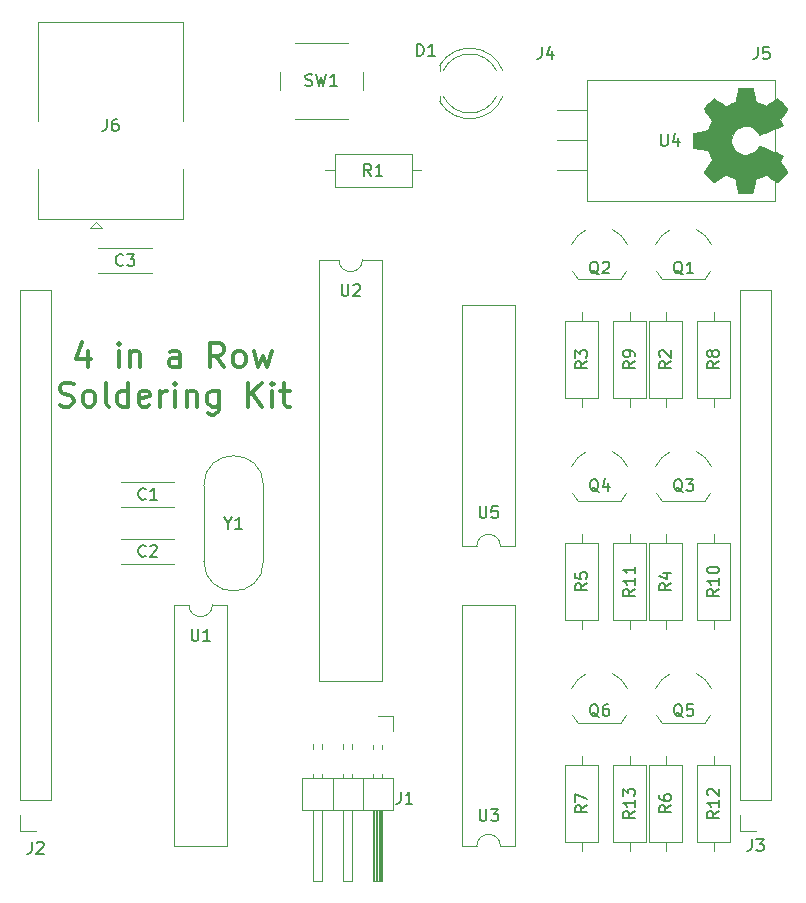
<source format=gbr>
G04 #@! TF.GenerationSoftware,KiCad,Pcbnew,5.1.6+dfsg1-1*
G04 #@! TF.CreationDate,2020-07-01T02:54:36-04:00*
G04 #@! TF.ProjectId,PCB,5043422e-6b69-4636-9164-5f7063625858,rev?*
G04 #@! TF.SameCoordinates,Original*
G04 #@! TF.FileFunction,Legend,Top*
G04 #@! TF.FilePolarity,Positive*
%FSLAX46Y46*%
G04 Gerber Fmt 4.6, Leading zero omitted, Abs format (unit mm)*
G04 Created by KiCad (PCBNEW 5.1.6+dfsg1-1) date 2020-07-01 02:54:36*
%MOMM*%
%LPD*%
G01*
G04 APERTURE LIST*
%ADD10C,0.300000*%
%ADD11C,0.010000*%
%ADD12C,0.120000*%
%ADD13C,0.150000*%
G04 APERTURE END LIST*
D10*
X108566857Y-105459571D02*
X108566857Y-106814238D01*
X108083047Y-104685476D02*
X107599238Y-106136904D01*
X108857142Y-106136904D01*
X111179428Y-106814238D02*
X111179428Y-105459571D01*
X111179428Y-104782238D02*
X111082666Y-104879000D01*
X111179428Y-104975761D01*
X111276190Y-104879000D01*
X111179428Y-104782238D01*
X111179428Y-104975761D01*
X112147047Y-105459571D02*
X112147047Y-106814238D01*
X112147047Y-105653095D02*
X112243809Y-105556333D01*
X112437333Y-105459571D01*
X112727619Y-105459571D01*
X112921142Y-105556333D01*
X113017904Y-105749857D01*
X113017904Y-106814238D01*
X116404571Y-106814238D02*
X116404571Y-105749857D01*
X116307809Y-105556333D01*
X116114285Y-105459571D01*
X115727238Y-105459571D01*
X115533714Y-105556333D01*
X116404571Y-106717476D02*
X116211047Y-106814238D01*
X115727238Y-106814238D01*
X115533714Y-106717476D01*
X115436952Y-106523952D01*
X115436952Y-106330428D01*
X115533714Y-106136904D01*
X115727238Y-106040142D01*
X116211047Y-106040142D01*
X116404571Y-105943380D01*
X120081523Y-106814238D02*
X119404190Y-105846619D01*
X118920380Y-106814238D02*
X118920380Y-104782238D01*
X119694476Y-104782238D01*
X119888000Y-104879000D01*
X119984761Y-104975761D01*
X120081523Y-105169285D01*
X120081523Y-105459571D01*
X119984761Y-105653095D01*
X119888000Y-105749857D01*
X119694476Y-105846619D01*
X118920380Y-105846619D01*
X121242666Y-106814238D02*
X121049142Y-106717476D01*
X120952380Y-106620714D01*
X120855619Y-106427190D01*
X120855619Y-105846619D01*
X120952380Y-105653095D01*
X121049142Y-105556333D01*
X121242666Y-105459571D01*
X121532952Y-105459571D01*
X121726476Y-105556333D01*
X121823238Y-105653095D01*
X121920000Y-105846619D01*
X121920000Y-106427190D01*
X121823238Y-106620714D01*
X121726476Y-106717476D01*
X121532952Y-106814238D01*
X121242666Y-106814238D01*
X122597333Y-105459571D02*
X122984380Y-106814238D01*
X123371428Y-105846619D01*
X123758476Y-106814238D01*
X124145523Y-105459571D01*
X106196190Y-110065476D02*
X106486476Y-110162238D01*
X106970285Y-110162238D01*
X107163809Y-110065476D01*
X107260571Y-109968714D01*
X107357333Y-109775190D01*
X107357333Y-109581666D01*
X107260571Y-109388142D01*
X107163809Y-109291380D01*
X106970285Y-109194619D01*
X106583238Y-109097857D01*
X106389714Y-109001095D01*
X106292952Y-108904333D01*
X106196190Y-108710809D01*
X106196190Y-108517285D01*
X106292952Y-108323761D01*
X106389714Y-108227000D01*
X106583238Y-108130238D01*
X107067047Y-108130238D01*
X107357333Y-108227000D01*
X108518476Y-110162238D02*
X108324952Y-110065476D01*
X108228190Y-109968714D01*
X108131428Y-109775190D01*
X108131428Y-109194619D01*
X108228190Y-109001095D01*
X108324952Y-108904333D01*
X108518476Y-108807571D01*
X108808761Y-108807571D01*
X109002285Y-108904333D01*
X109099047Y-109001095D01*
X109195809Y-109194619D01*
X109195809Y-109775190D01*
X109099047Y-109968714D01*
X109002285Y-110065476D01*
X108808761Y-110162238D01*
X108518476Y-110162238D01*
X110356952Y-110162238D02*
X110163428Y-110065476D01*
X110066666Y-109871952D01*
X110066666Y-108130238D01*
X112001904Y-110162238D02*
X112001904Y-108130238D01*
X112001904Y-110065476D02*
X111808380Y-110162238D01*
X111421333Y-110162238D01*
X111227809Y-110065476D01*
X111131047Y-109968714D01*
X111034285Y-109775190D01*
X111034285Y-109194619D01*
X111131047Y-109001095D01*
X111227809Y-108904333D01*
X111421333Y-108807571D01*
X111808380Y-108807571D01*
X112001904Y-108904333D01*
X113743619Y-110065476D02*
X113550095Y-110162238D01*
X113163047Y-110162238D01*
X112969523Y-110065476D01*
X112872761Y-109871952D01*
X112872761Y-109097857D01*
X112969523Y-108904333D01*
X113163047Y-108807571D01*
X113550095Y-108807571D01*
X113743619Y-108904333D01*
X113840380Y-109097857D01*
X113840380Y-109291380D01*
X112872761Y-109484904D01*
X114711238Y-110162238D02*
X114711238Y-108807571D01*
X114711238Y-109194619D02*
X114808000Y-109001095D01*
X114904761Y-108904333D01*
X115098285Y-108807571D01*
X115291809Y-108807571D01*
X115969142Y-110162238D02*
X115969142Y-108807571D01*
X115969142Y-108130238D02*
X115872380Y-108227000D01*
X115969142Y-108323761D01*
X116065904Y-108227000D01*
X115969142Y-108130238D01*
X115969142Y-108323761D01*
X116936761Y-108807571D02*
X116936761Y-110162238D01*
X116936761Y-109001095D02*
X117033523Y-108904333D01*
X117227047Y-108807571D01*
X117517333Y-108807571D01*
X117710857Y-108904333D01*
X117807619Y-109097857D01*
X117807619Y-110162238D01*
X119646095Y-108807571D02*
X119646095Y-110452523D01*
X119549333Y-110646047D01*
X119452571Y-110742809D01*
X119259047Y-110839571D01*
X118968761Y-110839571D01*
X118775238Y-110742809D01*
X119646095Y-110065476D02*
X119452571Y-110162238D01*
X119065523Y-110162238D01*
X118872000Y-110065476D01*
X118775238Y-109968714D01*
X118678476Y-109775190D01*
X118678476Y-109194619D01*
X118775238Y-109001095D01*
X118872000Y-108904333D01*
X119065523Y-108807571D01*
X119452571Y-108807571D01*
X119646095Y-108904333D01*
X122161904Y-110162238D02*
X122161904Y-108130238D01*
X123323047Y-110162238D02*
X122452190Y-109001095D01*
X123323047Y-108130238D02*
X122161904Y-109291380D01*
X124193904Y-110162238D02*
X124193904Y-108807571D01*
X124193904Y-108130238D02*
X124097142Y-108227000D01*
X124193904Y-108323761D01*
X124290666Y-108227000D01*
X124193904Y-108130238D01*
X124193904Y-108323761D01*
X124871238Y-108807571D02*
X125645333Y-108807571D01*
X125161523Y-108130238D02*
X125161523Y-109871952D01*
X125258285Y-110065476D01*
X125451809Y-110162238D01*
X125645333Y-110162238D01*
D11*
G36*
X160430427Y-86883464D02*
G01*
X161027618Y-86770882D01*
X161198865Y-86355469D01*
X161370112Y-85940055D01*
X161031233Y-85441698D01*
X160936877Y-85302131D01*
X160852630Y-85175971D01*
X160782338Y-85069104D01*
X160729847Y-84987417D01*
X160699004Y-84936798D01*
X160692353Y-84923013D01*
X160709458Y-84898179D01*
X160756744Y-84845111D01*
X160828172Y-84769759D01*
X160917700Y-84678070D01*
X161019289Y-84575992D01*
X161126898Y-84469473D01*
X161234487Y-84364463D01*
X161336015Y-84266908D01*
X161425441Y-84182757D01*
X161496726Y-84117959D01*
X161543828Y-84078462D01*
X161559592Y-84069019D01*
X161588653Y-84082608D01*
X161652321Y-84120706D01*
X161744367Y-84179306D01*
X161858564Y-84254402D01*
X161988684Y-84341991D01*
X162062901Y-84392745D01*
X162198422Y-84485254D01*
X162320716Y-84567459D01*
X162423695Y-84635369D01*
X162501273Y-84684999D01*
X162547361Y-84712359D01*
X162557047Y-84716470D01*
X162584574Y-84707150D01*
X162648728Y-84681745D01*
X162740490Y-84644088D01*
X162850839Y-84598013D01*
X162970755Y-84547353D01*
X163091219Y-84495940D01*
X163203209Y-84447610D01*
X163297707Y-84406193D01*
X163365692Y-84375525D01*
X163398143Y-84359438D01*
X163399420Y-84358488D01*
X163405617Y-84333227D01*
X163419440Y-84265954D01*
X163439532Y-84163639D01*
X163464534Y-84033258D01*
X163493086Y-83881783D01*
X163509551Y-83793406D01*
X163540369Y-83631547D01*
X163569694Y-83485350D01*
X163595921Y-83362212D01*
X163617446Y-83269530D01*
X163632665Y-83214698D01*
X163637493Y-83203676D01*
X163670174Y-83192881D01*
X163743985Y-83184170D01*
X163850292Y-83177539D01*
X163980467Y-83172981D01*
X164125876Y-83170490D01*
X164277890Y-83170061D01*
X164427877Y-83171688D01*
X164567206Y-83175364D01*
X164687245Y-83181084D01*
X164779365Y-83188842D01*
X164834932Y-83198631D01*
X164846500Y-83204503D01*
X164860365Y-83239600D01*
X164880188Y-83313971D01*
X164903639Y-83417776D01*
X164928391Y-83541180D01*
X164936398Y-83584258D01*
X164974441Y-83791952D01*
X165005079Y-83956015D01*
X165029529Y-84081869D01*
X165049009Y-84174934D01*
X165064736Y-84240632D01*
X165077928Y-84284382D01*
X165089804Y-84311607D01*
X165101580Y-84327727D01*
X165103908Y-84329982D01*
X165141400Y-84352496D01*
X165214365Y-84386841D01*
X165313867Y-84429588D01*
X165430973Y-84477307D01*
X165556748Y-84526569D01*
X165682257Y-84573944D01*
X165798565Y-84616004D01*
X165896739Y-84649319D01*
X165967843Y-84670458D01*
X166002942Y-84675994D01*
X166004172Y-84675533D01*
X166032861Y-84656776D01*
X166095985Y-84614223D01*
X166186973Y-84552346D01*
X166299255Y-84475617D01*
X166426260Y-84388508D01*
X166462353Y-84363701D01*
X166593203Y-84275247D01*
X166712591Y-84197411D01*
X166813662Y-84134433D01*
X166889559Y-84090554D01*
X166933427Y-84070014D01*
X166938817Y-84069019D01*
X166967144Y-84086277D01*
X167023261Y-84133964D01*
X167101137Y-84205949D01*
X167194740Y-84296102D01*
X167298041Y-84398294D01*
X167405006Y-84506394D01*
X167509606Y-84614271D01*
X167605809Y-84715795D01*
X167687584Y-84804837D01*
X167748900Y-84875266D01*
X167783726Y-84920952D01*
X167789412Y-84933590D01*
X167776020Y-84963008D01*
X167739899Y-85023238D01*
X167687136Y-85104470D01*
X167644667Y-85166969D01*
X167566740Y-85280214D01*
X167474984Y-85414325D01*
X167383375Y-85548844D01*
X167334346Y-85621166D01*
X167168770Y-85865961D01*
X167279875Y-86071449D01*
X167328548Y-86165063D01*
X167366381Y-86244669D01*
X167387958Y-86298532D01*
X167390961Y-86312242D01*
X167368793Y-86328729D01*
X167306149Y-86361254D01*
X167208809Y-86407391D01*
X167082549Y-86464709D01*
X166933150Y-86530783D01*
X166766388Y-86603184D01*
X166588042Y-86679483D01*
X166403891Y-86757253D01*
X166219712Y-86834065D01*
X166041285Y-86907493D01*
X165874387Y-86975107D01*
X165724797Y-87034479D01*
X165598293Y-87083183D01*
X165500654Y-87118789D01*
X165437657Y-87138869D01*
X165416021Y-87142099D01*
X165388424Y-87116503D01*
X165343625Y-87060461D01*
X165290934Y-86985688D01*
X165286765Y-86979412D01*
X165132069Y-86786154D01*
X164951591Y-86630325D01*
X164751102Y-86513275D01*
X164536374Y-86436354D01*
X164313177Y-86400913D01*
X164087281Y-86408302D01*
X163864459Y-86459872D01*
X163650479Y-86556973D01*
X163603664Y-86585541D01*
X163414618Y-86734131D01*
X163262812Y-86909672D01*
X163149034Y-87106089D01*
X163074075Y-87317306D01*
X163038722Y-87537246D01*
X163043767Y-87759836D01*
X163089999Y-87978998D01*
X163178206Y-88188657D01*
X163309179Y-88382738D01*
X163362337Y-88442773D01*
X163528739Y-88595564D01*
X163703912Y-88706902D01*
X163900266Y-88783276D01*
X164094717Y-88825812D01*
X164313342Y-88836313D01*
X164533052Y-88801299D01*
X164746420Y-88724326D01*
X164946022Y-88608952D01*
X165124429Y-88458734D01*
X165274217Y-88277226D01*
X165290006Y-88253372D01*
X165341712Y-88177798D01*
X165386512Y-88120348D01*
X165415117Y-88092882D01*
X165416021Y-88092482D01*
X165446964Y-88098379D01*
X165517191Y-88121754D01*
X165620925Y-88160178D01*
X165752390Y-88211222D01*
X165905807Y-88272457D01*
X166075401Y-88341455D01*
X166255393Y-88415786D01*
X166440008Y-88493021D01*
X166623468Y-88570731D01*
X166799996Y-88646488D01*
X166963814Y-88717862D01*
X167109147Y-88782425D01*
X167230217Y-88837747D01*
X167321247Y-88881399D01*
X167376460Y-88910953D01*
X167390961Y-88922855D01*
X167379669Y-88959222D01*
X167349385Y-89027269D01*
X167305520Y-89115263D01*
X167279875Y-89163649D01*
X167168770Y-89369136D01*
X167334346Y-89613931D01*
X167419170Y-89738893D01*
X167512516Y-89875704D01*
X167600408Y-90003911D01*
X167644667Y-90068128D01*
X167705318Y-90158448D01*
X167753381Y-90234928D01*
X167782770Y-90287592D01*
X167788982Y-90304697D01*
X167772223Y-90329594D01*
X167725436Y-90384694D01*
X167653480Y-90464656D01*
X167561212Y-90564139D01*
X167453490Y-90677799D01*
X167384326Y-90749684D01*
X167260757Y-90875448D01*
X167150234Y-90984136D01*
X167057485Y-91071354D01*
X166987237Y-91132710D01*
X166944220Y-91163808D01*
X166935490Y-91166791D01*
X166902284Y-91152946D01*
X166835142Y-91114687D01*
X166740863Y-91056258D01*
X166626245Y-90981902D01*
X166498083Y-90895864D01*
X166462353Y-90871397D01*
X166332489Y-90782245D01*
X166215569Y-90702261D01*
X166118162Y-90635919D01*
X166046839Y-90587688D01*
X166008170Y-90562042D01*
X166004172Y-90559564D01*
X165973355Y-90563270D01*
X165905599Y-90582938D01*
X165809839Y-90615139D01*
X165695009Y-90656444D01*
X165570044Y-90703424D01*
X165443879Y-90752650D01*
X165325448Y-90800691D01*
X165223685Y-90844118D01*
X165147526Y-90879503D01*
X165105904Y-90903415D01*
X165103908Y-90905115D01*
X165092013Y-90919737D01*
X165080250Y-90944434D01*
X165067401Y-90984627D01*
X165052249Y-91045736D01*
X165033576Y-91133182D01*
X165010165Y-91252387D01*
X164980797Y-91408772D01*
X164944255Y-91607756D01*
X164936398Y-91650839D01*
X164911727Y-91778529D01*
X164887593Y-91889846D01*
X164866324Y-91974954D01*
X164850248Y-92024016D01*
X164846500Y-92030594D01*
X164813273Y-92041435D01*
X164739021Y-92050246D01*
X164632376Y-92057023D01*
X164501967Y-92061759D01*
X164356427Y-92064449D01*
X164204386Y-92065086D01*
X164054476Y-92063665D01*
X163915328Y-92060179D01*
X163795572Y-92054623D01*
X163703841Y-92046991D01*
X163648766Y-92037277D01*
X163637493Y-92031421D01*
X163626123Y-91998819D01*
X163607624Y-91924581D01*
X163583602Y-91816103D01*
X163555662Y-91680782D01*
X163525408Y-91526014D01*
X163509551Y-91441692D01*
X163479644Y-91281703D01*
X163452550Y-91139032D01*
X163429631Y-91020651D01*
X163412243Y-90933534D01*
X163401747Y-90884654D01*
X163399420Y-90876609D01*
X163373186Y-90863012D01*
X163309995Y-90834270D01*
X163218877Y-90794214D01*
X163108857Y-90746675D01*
X162988965Y-90695484D01*
X162868227Y-90644473D01*
X162755671Y-90597473D01*
X162660326Y-90558315D01*
X162591217Y-90530830D01*
X162557374Y-90518850D01*
X162555895Y-90518627D01*
X162529197Y-90532208D01*
X162467760Y-90570284D01*
X162377689Y-90628852D01*
X162265090Y-90703911D01*
X162136070Y-90791459D01*
X162061961Y-90842352D01*
X161926077Y-90935090D01*
X161802709Y-91017458D01*
X161698097Y-91085438D01*
X161618483Y-91135011D01*
X161570107Y-91162157D01*
X161559262Y-91166078D01*
X161534020Y-91149224D01*
X161480124Y-91102631D01*
X161403613Y-91032251D01*
X161310523Y-90944034D01*
X161206895Y-90843934D01*
X161098764Y-90737901D01*
X160992170Y-90631888D01*
X160893150Y-90531847D01*
X160807742Y-90443729D01*
X160741985Y-90373486D01*
X160701916Y-90327071D01*
X160692353Y-90311543D01*
X160705800Y-90286260D01*
X160743575Y-90225788D01*
X160801835Y-90136007D01*
X160876734Y-90022796D01*
X160964425Y-89892036D01*
X161031233Y-89793400D01*
X161370112Y-89295042D01*
X161198865Y-88879629D01*
X161027618Y-88464215D01*
X160430427Y-88351633D01*
X159833235Y-88239050D01*
X159833235Y-86996047D01*
X160430427Y-86883464D01*
G37*
X160430427Y-86883464D02*
X161027618Y-86770882D01*
X161198865Y-86355469D01*
X161370112Y-85940055D01*
X161031233Y-85441698D01*
X160936877Y-85302131D01*
X160852630Y-85175971D01*
X160782338Y-85069104D01*
X160729847Y-84987417D01*
X160699004Y-84936798D01*
X160692353Y-84923013D01*
X160709458Y-84898179D01*
X160756744Y-84845111D01*
X160828172Y-84769759D01*
X160917700Y-84678070D01*
X161019289Y-84575992D01*
X161126898Y-84469473D01*
X161234487Y-84364463D01*
X161336015Y-84266908D01*
X161425441Y-84182757D01*
X161496726Y-84117959D01*
X161543828Y-84078462D01*
X161559592Y-84069019D01*
X161588653Y-84082608D01*
X161652321Y-84120706D01*
X161744367Y-84179306D01*
X161858564Y-84254402D01*
X161988684Y-84341991D01*
X162062901Y-84392745D01*
X162198422Y-84485254D01*
X162320716Y-84567459D01*
X162423695Y-84635369D01*
X162501273Y-84684999D01*
X162547361Y-84712359D01*
X162557047Y-84716470D01*
X162584574Y-84707150D01*
X162648728Y-84681745D01*
X162740490Y-84644088D01*
X162850839Y-84598013D01*
X162970755Y-84547353D01*
X163091219Y-84495940D01*
X163203209Y-84447610D01*
X163297707Y-84406193D01*
X163365692Y-84375525D01*
X163398143Y-84359438D01*
X163399420Y-84358488D01*
X163405617Y-84333227D01*
X163419440Y-84265954D01*
X163439532Y-84163639D01*
X163464534Y-84033258D01*
X163493086Y-83881783D01*
X163509551Y-83793406D01*
X163540369Y-83631547D01*
X163569694Y-83485350D01*
X163595921Y-83362212D01*
X163617446Y-83269530D01*
X163632665Y-83214698D01*
X163637493Y-83203676D01*
X163670174Y-83192881D01*
X163743985Y-83184170D01*
X163850292Y-83177539D01*
X163980467Y-83172981D01*
X164125876Y-83170490D01*
X164277890Y-83170061D01*
X164427877Y-83171688D01*
X164567206Y-83175364D01*
X164687245Y-83181084D01*
X164779365Y-83188842D01*
X164834932Y-83198631D01*
X164846500Y-83204503D01*
X164860365Y-83239600D01*
X164880188Y-83313971D01*
X164903639Y-83417776D01*
X164928391Y-83541180D01*
X164936398Y-83584258D01*
X164974441Y-83791952D01*
X165005079Y-83956015D01*
X165029529Y-84081869D01*
X165049009Y-84174934D01*
X165064736Y-84240632D01*
X165077928Y-84284382D01*
X165089804Y-84311607D01*
X165101580Y-84327727D01*
X165103908Y-84329982D01*
X165141400Y-84352496D01*
X165214365Y-84386841D01*
X165313867Y-84429588D01*
X165430973Y-84477307D01*
X165556748Y-84526569D01*
X165682257Y-84573944D01*
X165798565Y-84616004D01*
X165896739Y-84649319D01*
X165967843Y-84670458D01*
X166002942Y-84675994D01*
X166004172Y-84675533D01*
X166032861Y-84656776D01*
X166095985Y-84614223D01*
X166186973Y-84552346D01*
X166299255Y-84475617D01*
X166426260Y-84388508D01*
X166462353Y-84363701D01*
X166593203Y-84275247D01*
X166712591Y-84197411D01*
X166813662Y-84134433D01*
X166889559Y-84090554D01*
X166933427Y-84070014D01*
X166938817Y-84069019D01*
X166967144Y-84086277D01*
X167023261Y-84133964D01*
X167101137Y-84205949D01*
X167194740Y-84296102D01*
X167298041Y-84398294D01*
X167405006Y-84506394D01*
X167509606Y-84614271D01*
X167605809Y-84715795D01*
X167687584Y-84804837D01*
X167748900Y-84875266D01*
X167783726Y-84920952D01*
X167789412Y-84933590D01*
X167776020Y-84963008D01*
X167739899Y-85023238D01*
X167687136Y-85104470D01*
X167644667Y-85166969D01*
X167566740Y-85280214D01*
X167474984Y-85414325D01*
X167383375Y-85548844D01*
X167334346Y-85621166D01*
X167168770Y-85865961D01*
X167279875Y-86071449D01*
X167328548Y-86165063D01*
X167366381Y-86244669D01*
X167387958Y-86298532D01*
X167390961Y-86312242D01*
X167368793Y-86328729D01*
X167306149Y-86361254D01*
X167208809Y-86407391D01*
X167082549Y-86464709D01*
X166933150Y-86530783D01*
X166766388Y-86603184D01*
X166588042Y-86679483D01*
X166403891Y-86757253D01*
X166219712Y-86834065D01*
X166041285Y-86907493D01*
X165874387Y-86975107D01*
X165724797Y-87034479D01*
X165598293Y-87083183D01*
X165500654Y-87118789D01*
X165437657Y-87138869D01*
X165416021Y-87142099D01*
X165388424Y-87116503D01*
X165343625Y-87060461D01*
X165290934Y-86985688D01*
X165286765Y-86979412D01*
X165132069Y-86786154D01*
X164951591Y-86630325D01*
X164751102Y-86513275D01*
X164536374Y-86436354D01*
X164313177Y-86400913D01*
X164087281Y-86408302D01*
X163864459Y-86459872D01*
X163650479Y-86556973D01*
X163603664Y-86585541D01*
X163414618Y-86734131D01*
X163262812Y-86909672D01*
X163149034Y-87106089D01*
X163074075Y-87317306D01*
X163038722Y-87537246D01*
X163043767Y-87759836D01*
X163089999Y-87978998D01*
X163178206Y-88188657D01*
X163309179Y-88382738D01*
X163362337Y-88442773D01*
X163528739Y-88595564D01*
X163703912Y-88706902D01*
X163900266Y-88783276D01*
X164094717Y-88825812D01*
X164313342Y-88836313D01*
X164533052Y-88801299D01*
X164746420Y-88724326D01*
X164946022Y-88608952D01*
X165124429Y-88458734D01*
X165274217Y-88277226D01*
X165290006Y-88253372D01*
X165341712Y-88177798D01*
X165386512Y-88120348D01*
X165415117Y-88092882D01*
X165416021Y-88092482D01*
X165446964Y-88098379D01*
X165517191Y-88121754D01*
X165620925Y-88160178D01*
X165752390Y-88211222D01*
X165905807Y-88272457D01*
X166075401Y-88341455D01*
X166255393Y-88415786D01*
X166440008Y-88493021D01*
X166623468Y-88570731D01*
X166799996Y-88646488D01*
X166963814Y-88717862D01*
X167109147Y-88782425D01*
X167230217Y-88837747D01*
X167321247Y-88881399D01*
X167376460Y-88910953D01*
X167390961Y-88922855D01*
X167379669Y-88959222D01*
X167349385Y-89027269D01*
X167305520Y-89115263D01*
X167279875Y-89163649D01*
X167168770Y-89369136D01*
X167334346Y-89613931D01*
X167419170Y-89738893D01*
X167512516Y-89875704D01*
X167600408Y-90003911D01*
X167644667Y-90068128D01*
X167705318Y-90158448D01*
X167753381Y-90234928D01*
X167782770Y-90287592D01*
X167788982Y-90304697D01*
X167772223Y-90329594D01*
X167725436Y-90384694D01*
X167653480Y-90464656D01*
X167561212Y-90564139D01*
X167453490Y-90677799D01*
X167384326Y-90749684D01*
X167260757Y-90875448D01*
X167150234Y-90984136D01*
X167057485Y-91071354D01*
X166987237Y-91132710D01*
X166944220Y-91163808D01*
X166935490Y-91166791D01*
X166902284Y-91152946D01*
X166835142Y-91114687D01*
X166740863Y-91056258D01*
X166626245Y-90981902D01*
X166498083Y-90895864D01*
X166462353Y-90871397D01*
X166332489Y-90782245D01*
X166215569Y-90702261D01*
X166118162Y-90635919D01*
X166046839Y-90587688D01*
X166008170Y-90562042D01*
X166004172Y-90559564D01*
X165973355Y-90563270D01*
X165905599Y-90582938D01*
X165809839Y-90615139D01*
X165695009Y-90656444D01*
X165570044Y-90703424D01*
X165443879Y-90752650D01*
X165325448Y-90800691D01*
X165223685Y-90844118D01*
X165147526Y-90879503D01*
X165105904Y-90903415D01*
X165103908Y-90905115D01*
X165092013Y-90919737D01*
X165080250Y-90944434D01*
X165067401Y-90984627D01*
X165052249Y-91045736D01*
X165033576Y-91133182D01*
X165010165Y-91252387D01*
X164980797Y-91408772D01*
X164944255Y-91607756D01*
X164936398Y-91650839D01*
X164911727Y-91778529D01*
X164887593Y-91889846D01*
X164866324Y-91974954D01*
X164850248Y-92024016D01*
X164846500Y-92030594D01*
X164813273Y-92041435D01*
X164739021Y-92050246D01*
X164632376Y-92057023D01*
X164501967Y-92061759D01*
X164356427Y-92064449D01*
X164204386Y-92065086D01*
X164054476Y-92063665D01*
X163915328Y-92060179D01*
X163795572Y-92054623D01*
X163703841Y-92046991D01*
X163648766Y-92037277D01*
X163637493Y-92031421D01*
X163626123Y-91998819D01*
X163607624Y-91924581D01*
X163583602Y-91816103D01*
X163555662Y-91680782D01*
X163525408Y-91526014D01*
X163509551Y-91441692D01*
X163479644Y-91281703D01*
X163452550Y-91139032D01*
X163429631Y-91020651D01*
X163412243Y-90933534D01*
X163401747Y-90884654D01*
X163399420Y-90876609D01*
X163373186Y-90863012D01*
X163309995Y-90834270D01*
X163218877Y-90794214D01*
X163108857Y-90746675D01*
X162988965Y-90695484D01*
X162868227Y-90644473D01*
X162755671Y-90597473D01*
X162660326Y-90558315D01*
X162591217Y-90530830D01*
X162557374Y-90518850D01*
X162555895Y-90518627D01*
X162529197Y-90532208D01*
X162467760Y-90570284D01*
X162377689Y-90628852D01*
X162265090Y-90703911D01*
X162136070Y-90791459D01*
X162061961Y-90842352D01*
X161926077Y-90935090D01*
X161802709Y-91017458D01*
X161698097Y-91085438D01*
X161618483Y-91135011D01*
X161570107Y-91162157D01*
X161559262Y-91166078D01*
X161534020Y-91149224D01*
X161480124Y-91102631D01*
X161403613Y-91032251D01*
X161310523Y-90944034D01*
X161206895Y-90843934D01*
X161098764Y-90737901D01*
X160992170Y-90631888D01*
X160893150Y-90531847D01*
X160807742Y-90443729D01*
X160741985Y-90373486D01*
X160701916Y-90327071D01*
X160692353Y-90311543D01*
X160705800Y-90286260D01*
X160743575Y-90225788D01*
X160801835Y-90136007D01*
X160876734Y-90022796D01*
X160964425Y-89892036D01*
X161031233Y-89793400D01*
X161370112Y-89295042D01*
X161198865Y-88879629D01*
X161027618Y-88464215D01*
X160430427Y-88351633D01*
X159833235Y-88239050D01*
X159833235Y-86996047D01*
X160430427Y-86883464D01*
D12*
X150860000Y-90170000D02*
X148320000Y-90170000D01*
X150860000Y-87630000D02*
X148320000Y-87630000D01*
X150860000Y-85090000D02*
X148320000Y-85090000D01*
X166750000Y-92750000D02*
X150860000Y-92750000D01*
X166750000Y-82510000D02*
X150860000Y-82510000D01*
X166750000Y-82510000D02*
X166750000Y-92750000D01*
X150860000Y-82510000D02*
X150860000Y-92750000D01*
X150092000Y-136978000D02*
X153692000Y-136978000D01*
X154216184Y-136250795D02*
G75*
G02*
X153692000Y-136978000I-2324184J1122795D01*
G01*
X154247457Y-134029629D02*
G75*
G03*
X153002000Y-132778000I-2355457J-1098371D01*
G01*
X149524801Y-134024158D02*
G75*
G02*
X150752000Y-132778000I2367199J-1103842D01*
G01*
X149567816Y-136250795D02*
G75*
G03*
X150092000Y-136978000I2324184J1122795D01*
G01*
X157204000Y-136978000D02*
X160804000Y-136978000D01*
X161328184Y-136250795D02*
G75*
G02*
X160804000Y-136978000I-2324184J1122795D01*
G01*
X161359457Y-134029629D02*
G75*
G03*
X160114000Y-132778000I-2355457J-1098371D01*
G01*
X156636801Y-134024158D02*
G75*
G02*
X157864000Y-132778000I2367199J-1103842D01*
G01*
X156679816Y-136250795D02*
G75*
G03*
X157204000Y-136978000I2324184J1122795D01*
G01*
X150092000Y-118182000D02*
X153692000Y-118182000D01*
X154216184Y-117454795D02*
G75*
G02*
X153692000Y-118182000I-2324184J1122795D01*
G01*
X154247457Y-115233629D02*
G75*
G03*
X153002000Y-113982000I-2355457J-1098371D01*
G01*
X149524801Y-115228158D02*
G75*
G02*
X150752000Y-113982000I2367199J-1103842D01*
G01*
X149567816Y-117454795D02*
G75*
G03*
X150092000Y-118182000I2324184J1122795D01*
G01*
X157204000Y-118182000D02*
X160804000Y-118182000D01*
X161328184Y-117454795D02*
G75*
G02*
X160804000Y-118182000I-2324184J1122795D01*
G01*
X161359457Y-115233629D02*
G75*
G03*
X160114000Y-113982000I-2355457J-1098371D01*
G01*
X156636801Y-115228158D02*
G75*
G02*
X157864000Y-113982000I2367199J-1103842D01*
G01*
X156679816Y-117454795D02*
G75*
G03*
X157204000Y-118182000I2324184J1122795D01*
G01*
X150092000Y-99386000D02*
X153692000Y-99386000D01*
X154216184Y-98658795D02*
G75*
G02*
X153692000Y-99386000I-2324184J1122795D01*
G01*
X154247457Y-96437629D02*
G75*
G03*
X153002000Y-95186000I-2355457J-1098371D01*
G01*
X149524801Y-96432158D02*
G75*
G02*
X150752000Y-95186000I2367199J-1103842D01*
G01*
X149567816Y-98658795D02*
G75*
G03*
X150092000Y-99386000I2324184J1122795D01*
G01*
X157204000Y-99386000D02*
X160804000Y-99386000D01*
X161328184Y-98658795D02*
G75*
G02*
X160804000Y-99386000I-2324184J1122795D01*
G01*
X161359457Y-96437629D02*
G75*
G03*
X160114000Y-95186000I-2355457J-1098371D01*
G01*
X156636801Y-96432158D02*
G75*
G02*
X157864000Y-95186000I2367199J-1103842D01*
G01*
X156679816Y-98658795D02*
G75*
G03*
X157204000Y-99386000I2324184J1122795D01*
G01*
X153062000Y-147034000D02*
X155802000Y-147034000D01*
X155802000Y-147034000D02*
X155802000Y-140494000D01*
X155802000Y-140494000D02*
X153062000Y-140494000D01*
X153062000Y-140494000D02*
X153062000Y-147034000D01*
X154432000Y-147804000D02*
X154432000Y-147034000D01*
X154432000Y-139724000D02*
X154432000Y-140494000D01*
X160174000Y-147034000D02*
X162914000Y-147034000D01*
X162914000Y-147034000D02*
X162914000Y-140494000D01*
X162914000Y-140494000D02*
X160174000Y-140494000D01*
X160174000Y-140494000D02*
X160174000Y-147034000D01*
X161544000Y-147804000D02*
X161544000Y-147034000D01*
X161544000Y-139724000D02*
X161544000Y-140494000D01*
X153062000Y-128238000D02*
X155802000Y-128238000D01*
X155802000Y-128238000D02*
X155802000Y-121698000D01*
X155802000Y-121698000D02*
X153062000Y-121698000D01*
X153062000Y-121698000D02*
X153062000Y-128238000D01*
X154432000Y-129008000D02*
X154432000Y-128238000D01*
X154432000Y-120928000D02*
X154432000Y-121698000D01*
X160174000Y-128238000D02*
X162914000Y-128238000D01*
X162914000Y-128238000D02*
X162914000Y-121698000D01*
X162914000Y-121698000D02*
X160174000Y-121698000D01*
X160174000Y-121698000D02*
X160174000Y-128238000D01*
X161544000Y-129008000D02*
X161544000Y-128238000D01*
X161544000Y-120928000D02*
X161544000Y-121698000D01*
X153062000Y-109442000D02*
X155802000Y-109442000D01*
X155802000Y-109442000D02*
X155802000Y-102902000D01*
X155802000Y-102902000D02*
X153062000Y-102902000D01*
X153062000Y-102902000D02*
X153062000Y-109442000D01*
X154432000Y-110212000D02*
X154432000Y-109442000D01*
X154432000Y-102132000D02*
X154432000Y-102902000D01*
X160174000Y-109442000D02*
X162914000Y-109442000D01*
X162914000Y-109442000D02*
X162914000Y-102902000D01*
X162914000Y-102902000D02*
X160174000Y-102902000D01*
X160174000Y-102902000D02*
X160174000Y-109442000D01*
X161544000Y-110212000D02*
X161544000Y-109442000D01*
X161544000Y-102132000D02*
X161544000Y-102902000D01*
X134426000Y-141648000D02*
X126686000Y-141648000D01*
X126686000Y-141648000D02*
X126686000Y-144308000D01*
X126686000Y-144308000D02*
X134426000Y-144308000D01*
X134426000Y-144308000D02*
X134426000Y-141648000D01*
X133476000Y-144308000D02*
X133476000Y-150308000D01*
X133476000Y-150308000D02*
X132716000Y-150308000D01*
X132716000Y-150308000D02*
X132716000Y-144308000D01*
X133416000Y-144308000D02*
X133416000Y-150308000D01*
X133296000Y-144308000D02*
X133296000Y-150308000D01*
X133176000Y-144308000D02*
X133176000Y-150308000D01*
X133056000Y-144308000D02*
X133056000Y-150308000D01*
X132936000Y-144308000D02*
X132936000Y-150308000D01*
X132816000Y-144308000D02*
X132816000Y-150308000D01*
X133476000Y-141250929D02*
X133476000Y-141648000D01*
X132716000Y-141250929D02*
X132716000Y-141648000D01*
X133476000Y-138778000D02*
X133476000Y-139165071D01*
X132716000Y-138778000D02*
X132716000Y-139165071D01*
X131826000Y-141648000D02*
X131826000Y-144308000D01*
X130936000Y-144308000D02*
X130936000Y-150308000D01*
X130936000Y-150308000D02*
X130176000Y-150308000D01*
X130176000Y-150308000D02*
X130176000Y-144308000D01*
X130936000Y-141250929D02*
X130936000Y-141648000D01*
X130176000Y-141250929D02*
X130176000Y-141648000D01*
X130936000Y-138710929D02*
X130936000Y-139165071D01*
X130176000Y-138710929D02*
X130176000Y-139165071D01*
X129286000Y-141648000D02*
X129286000Y-144308000D01*
X128396000Y-144308000D02*
X128396000Y-150308000D01*
X128396000Y-150308000D02*
X127636000Y-150308000D01*
X127636000Y-150308000D02*
X127636000Y-144308000D01*
X128396000Y-141250929D02*
X128396000Y-141648000D01*
X127636000Y-141250929D02*
X127636000Y-141648000D01*
X128396000Y-138710929D02*
X128396000Y-139165071D01*
X127636000Y-138710929D02*
X127636000Y-139165071D01*
X133096000Y-136398000D02*
X134366000Y-136398000D01*
X134366000Y-136398000D02*
X134366000Y-137668000D01*
X130572000Y-79336000D02*
X126072000Y-79336000D01*
X131822000Y-83336000D02*
X131822000Y-81836000D01*
X126072000Y-85836000D02*
X130572000Y-85836000D01*
X124822000Y-81836000D02*
X124822000Y-83336000D01*
X135985000Y-91540000D02*
X135985000Y-88800000D01*
X135985000Y-88800000D02*
X129445000Y-88800000D01*
X129445000Y-88800000D02*
X129445000Y-91540000D01*
X129445000Y-91540000D02*
X135985000Y-91540000D01*
X136755000Y-90170000D02*
X135985000Y-90170000D01*
X128675000Y-90170000D02*
X129445000Y-90170000D01*
X104310000Y-90050000D02*
X104310000Y-94310000D01*
X104310000Y-94310000D02*
X116630000Y-94310000D01*
X116630000Y-94310000D02*
X116630000Y-90050000D01*
X104310000Y-85950000D02*
X104310000Y-77590000D01*
X104310000Y-77590000D02*
X116630000Y-77590000D01*
X116630000Y-77590000D02*
X116630000Y-85950000D01*
X109220000Y-94530000D02*
X108720000Y-95030000D01*
X108720000Y-95030000D02*
X109720000Y-95030000D01*
X109720000Y-95030000D02*
X109220000Y-94530000D01*
X138346500Y-81259000D02*
X138346500Y-81724000D01*
X138346500Y-83884000D02*
X138346500Y-84349000D01*
X143160979Y-83884429D02*
G75*
G02*
X138651816Y-83884000I-2254479J1080429D01*
G01*
X143160979Y-81723571D02*
G75*
G03*
X138651816Y-81724000I-2254479J-1080429D01*
G01*
X143694315Y-83884827D02*
G75*
G02*
X138346500Y-84348830I-2787815J1080827D01*
G01*
X143694315Y-81723173D02*
G75*
G03*
X138346500Y-81259170I-2787815J-1080827D01*
G01*
X123429000Y-116842000D02*
X123429000Y-123242000D01*
X118379000Y-116842000D02*
X118379000Y-123242000D01*
X118379000Y-123242000D02*
G75*
G03*
X123429000Y-123242000I2525000J0D01*
G01*
X118379000Y-116842000D02*
G75*
G02*
X123429000Y-116842000I2525000J0D01*
G01*
X165100000Y-146110000D02*
X163770000Y-146110000D01*
X163770000Y-146110000D02*
X163770000Y-144780000D01*
X163770000Y-143510000D02*
X163770000Y-100270000D01*
X166430000Y-100270000D02*
X163770000Y-100270000D01*
X166430000Y-143510000D02*
X166430000Y-100270000D01*
X166430000Y-143510000D02*
X163770000Y-143510000D01*
X104140000Y-146110000D02*
X102810000Y-146110000D01*
X102810000Y-146110000D02*
X102810000Y-144780000D01*
X102810000Y-143510000D02*
X102810000Y-100270000D01*
X105470000Y-100270000D02*
X102810000Y-100270000D01*
X105470000Y-143510000D02*
X105470000Y-100270000D01*
X105470000Y-143510000D02*
X102810000Y-143510000D01*
X117110000Y-126940000D02*
X115860000Y-126940000D01*
X115860000Y-126940000D02*
X115860000Y-147380000D01*
X115860000Y-147380000D02*
X120360000Y-147380000D01*
X120360000Y-147380000D02*
X120360000Y-126940000D01*
X120360000Y-126940000D02*
X119110000Y-126940000D01*
X119110000Y-126940000D02*
G75*
G02*
X117110000Y-126940000I-1000000J0D01*
G01*
X129810000Y-97730000D02*
X128160000Y-97730000D01*
X128160000Y-97730000D02*
X128160000Y-133410000D01*
X128160000Y-133410000D02*
X133460000Y-133410000D01*
X133460000Y-133410000D02*
X133460000Y-97730000D01*
X133460000Y-97730000D02*
X131810000Y-97730000D01*
X131810000Y-97730000D02*
G75*
G02*
X129810000Y-97730000I-1000000J0D01*
G01*
X151738000Y-140494000D02*
X148998000Y-140494000D01*
X148998000Y-140494000D02*
X148998000Y-147034000D01*
X148998000Y-147034000D02*
X151738000Y-147034000D01*
X151738000Y-147034000D02*
X151738000Y-140494000D01*
X150368000Y-139724000D02*
X150368000Y-140494000D01*
X150368000Y-147804000D02*
X150368000Y-147034000D01*
X109450000Y-96720000D02*
X113990000Y-96720000D01*
X109450000Y-98860000D02*
X113990000Y-98860000D01*
X109450000Y-96720000D02*
X109450000Y-96735000D01*
X109450000Y-98845000D02*
X109450000Y-98860000D01*
X113990000Y-96720000D02*
X113990000Y-96735000D01*
X113990000Y-98845000D02*
X113990000Y-98860000D01*
X111355000Y-121358000D02*
X115895000Y-121358000D01*
X111355000Y-123498000D02*
X115895000Y-123498000D01*
X111355000Y-121358000D02*
X111355000Y-121373000D01*
X111355000Y-123483000D02*
X111355000Y-123498000D01*
X115895000Y-121358000D02*
X115895000Y-121373000D01*
X115895000Y-123483000D02*
X115895000Y-123498000D01*
X111355000Y-116532000D02*
X115895000Y-116532000D01*
X111355000Y-118672000D02*
X115895000Y-118672000D01*
X111355000Y-116532000D02*
X111355000Y-116547000D01*
X111355000Y-118657000D02*
X111355000Y-118672000D01*
X115895000Y-116532000D02*
X115895000Y-116547000D01*
X115895000Y-118657000D02*
X115895000Y-118672000D01*
X143494000Y-121980000D02*
X144744000Y-121980000D01*
X144744000Y-121980000D02*
X144744000Y-101540000D01*
X144744000Y-101540000D02*
X140244000Y-101540000D01*
X140244000Y-101540000D02*
X140244000Y-121980000D01*
X140244000Y-121980000D02*
X141494000Y-121980000D01*
X141494000Y-121980000D02*
G75*
G02*
X143494000Y-121980000I1000000J0D01*
G01*
X143494000Y-147380000D02*
X144744000Y-147380000D01*
X144744000Y-147380000D02*
X144744000Y-126940000D01*
X144744000Y-126940000D02*
X140244000Y-126940000D01*
X140244000Y-126940000D02*
X140244000Y-147380000D01*
X140244000Y-147380000D02*
X141494000Y-147380000D01*
X141494000Y-147380000D02*
G75*
G02*
X143494000Y-147380000I1000000J0D01*
G01*
X158850000Y-140494000D02*
X156110000Y-140494000D01*
X156110000Y-140494000D02*
X156110000Y-147034000D01*
X156110000Y-147034000D02*
X158850000Y-147034000D01*
X158850000Y-147034000D02*
X158850000Y-140494000D01*
X157480000Y-139724000D02*
X157480000Y-140494000D01*
X157480000Y-147804000D02*
X157480000Y-147034000D01*
X151738000Y-121698000D02*
X148998000Y-121698000D01*
X148998000Y-121698000D02*
X148998000Y-128238000D01*
X148998000Y-128238000D02*
X151738000Y-128238000D01*
X151738000Y-128238000D02*
X151738000Y-121698000D01*
X150368000Y-120928000D02*
X150368000Y-121698000D01*
X150368000Y-129008000D02*
X150368000Y-128238000D01*
X158850000Y-121698000D02*
X156110000Y-121698000D01*
X156110000Y-121698000D02*
X156110000Y-128238000D01*
X156110000Y-128238000D02*
X158850000Y-128238000D01*
X158850000Y-128238000D02*
X158850000Y-121698000D01*
X157480000Y-120928000D02*
X157480000Y-121698000D01*
X157480000Y-129008000D02*
X157480000Y-128238000D01*
X151738000Y-102902000D02*
X148998000Y-102902000D01*
X148998000Y-102902000D02*
X148998000Y-109442000D01*
X148998000Y-109442000D02*
X151738000Y-109442000D01*
X151738000Y-109442000D02*
X151738000Y-102902000D01*
X150368000Y-102132000D02*
X150368000Y-102902000D01*
X150368000Y-110212000D02*
X150368000Y-109442000D01*
X158850000Y-102902000D02*
X156110000Y-102902000D01*
X156110000Y-102902000D02*
X156110000Y-109442000D01*
X156110000Y-109442000D02*
X158850000Y-109442000D01*
X158850000Y-109442000D02*
X158850000Y-102902000D01*
X157480000Y-102132000D02*
X157480000Y-102902000D01*
X157480000Y-110212000D02*
X157480000Y-109442000D01*
D13*
X157076095Y-87082380D02*
X157076095Y-87891904D01*
X157123714Y-87987142D01*
X157171333Y-88034761D01*
X157266571Y-88082380D01*
X157457047Y-88082380D01*
X157552285Y-88034761D01*
X157599904Y-87987142D01*
X157647523Y-87891904D01*
X157647523Y-87082380D01*
X158552285Y-87415714D02*
X158552285Y-88082380D01*
X158314190Y-87034761D02*
X158076095Y-87749047D01*
X158695142Y-87749047D01*
X151806761Y-136437619D02*
X151711523Y-136390000D01*
X151616285Y-136294761D01*
X151473428Y-136151904D01*
X151378190Y-136104285D01*
X151282952Y-136104285D01*
X151330571Y-136342380D02*
X151235333Y-136294761D01*
X151140095Y-136199523D01*
X151092476Y-136009047D01*
X151092476Y-135675714D01*
X151140095Y-135485238D01*
X151235333Y-135390000D01*
X151330571Y-135342380D01*
X151521047Y-135342380D01*
X151616285Y-135390000D01*
X151711523Y-135485238D01*
X151759142Y-135675714D01*
X151759142Y-136009047D01*
X151711523Y-136199523D01*
X151616285Y-136294761D01*
X151521047Y-136342380D01*
X151330571Y-136342380D01*
X152616285Y-135342380D02*
X152425809Y-135342380D01*
X152330571Y-135390000D01*
X152282952Y-135437619D01*
X152187714Y-135580476D01*
X152140095Y-135770952D01*
X152140095Y-136151904D01*
X152187714Y-136247142D01*
X152235333Y-136294761D01*
X152330571Y-136342380D01*
X152521047Y-136342380D01*
X152616285Y-136294761D01*
X152663904Y-136247142D01*
X152711523Y-136151904D01*
X152711523Y-135913809D01*
X152663904Y-135818571D01*
X152616285Y-135770952D01*
X152521047Y-135723333D01*
X152330571Y-135723333D01*
X152235333Y-135770952D01*
X152187714Y-135818571D01*
X152140095Y-135913809D01*
X158918761Y-136437619D02*
X158823523Y-136390000D01*
X158728285Y-136294761D01*
X158585428Y-136151904D01*
X158490190Y-136104285D01*
X158394952Y-136104285D01*
X158442571Y-136342380D02*
X158347333Y-136294761D01*
X158252095Y-136199523D01*
X158204476Y-136009047D01*
X158204476Y-135675714D01*
X158252095Y-135485238D01*
X158347333Y-135390000D01*
X158442571Y-135342380D01*
X158633047Y-135342380D01*
X158728285Y-135390000D01*
X158823523Y-135485238D01*
X158871142Y-135675714D01*
X158871142Y-136009047D01*
X158823523Y-136199523D01*
X158728285Y-136294761D01*
X158633047Y-136342380D01*
X158442571Y-136342380D01*
X159775904Y-135342380D02*
X159299714Y-135342380D01*
X159252095Y-135818571D01*
X159299714Y-135770952D01*
X159394952Y-135723333D01*
X159633047Y-135723333D01*
X159728285Y-135770952D01*
X159775904Y-135818571D01*
X159823523Y-135913809D01*
X159823523Y-136151904D01*
X159775904Y-136247142D01*
X159728285Y-136294761D01*
X159633047Y-136342380D01*
X159394952Y-136342380D01*
X159299714Y-136294761D01*
X159252095Y-136247142D01*
X151806761Y-117387619D02*
X151711523Y-117340000D01*
X151616285Y-117244761D01*
X151473428Y-117101904D01*
X151378190Y-117054285D01*
X151282952Y-117054285D01*
X151330571Y-117292380D02*
X151235333Y-117244761D01*
X151140095Y-117149523D01*
X151092476Y-116959047D01*
X151092476Y-116625714D01*
X151140095Y-116435238D01*
X151235333Y-116340000D01*
X151330571Y-116292380D01*
X151521047Y-116292380D01*
X151616285Y-116340000D01*
X151711523Y-116435238D01*
X151759142Y-116625714D01*
X151759142Y-116959047D01*
X151711523Y-117149523D01*
X151616285Y-117244761D01*
X151521047Y-117292380D01*
X151330571Y-117292380D01*
X152616285Y-116625714D02*
X152616285Y-117292380D01*
X152378190Y-116244761D02*
X152140095Y-116959047D01*
X152759142Y-116959047D01*
X158918761Y-117387619D02*
X158823523Y-117340000D01*
X158728285Y-117244761D01*
X158585428Y-117101904D01*
X158490190Y-117054285D01*
X158394952Y-117054285D01*
X158442571Y-117292380D02*
X158347333Y-117244761D01*
X158252095Y-117149523D01*
X158204476Y-116959047D01*
X158204476Y-116625714D01*
X158252095Y-116435238D01*
X158347333Y-116340000D01*
X158442571Y-116292380D01*
X158633047Y-116292380D01*
X158728285Y-116340000D01*
X158823523Y-116435238D01*
X158871142Y-116625714D01*
X158871142Y-116959047D01*
X158823523Y-117149523D01*
X158728285Y-117244761D01*
X158633047Y-117292380D01*
X158442571Y-117292380D01*
X159204476Y-116292380D02*
X159823523Y-116292380D01*
X159490190Y-116673333D01*
X159633047Y-116673333D01*
X159728285Y-116720952D01*
X159775904Y-116768571D01*
X159823523Y-116863809D01*
X159823523Y-117101904D01*
X159775904Y-117197142D01*
X159728285Y-117244761D01*
X159633047Y-117292380D01*
X159347333Y-117292380D01*
X159252095Y-117244761D01*
X159204476Y-117197142D01*
X151806761Y-98972619D02*
X151711523Y-98925000D01*
X151616285Y-98829761D01*
X151473428Y-98686904D01*
X151378190Y-98639285D01*
X151282952Y-98639285D01*
X151330571Y-98877380D02*
X151235333Y-98829761D01*
X151140095Y-98734523D01*
X151092476Y-98544047D01*
X151092476Y-98210714D01*
X151140095Y-98020238D01*
X151235333Y-97925000D01*
X151330571Y-97877380D01*
X151521047Y-97877380D01*
X151616285Y-97925000D01*
X151711523Y-98020238D01*
X151759142Y-98210714D01*
X151759142Y-98544047D01*
X151711523Y-98734523D01*
X151616285Y-98829761D01*
X151521047Y-98877380D01*
X151330571Y-98877380D01*
X152140095Y-97972619D02*
X152187714Y-97925000D01*
X152282952Y-97877380D01*
X152521047Y-97877380D01*
X152616285Y-97925000D01*
X152663904Y-97972619D01*
X152711523Y-98067857D01*
X152711523Y-98163095D01*
X152663904Y-98305952D01*
X152092476Y-98877380D01*
X152711523Y-98877380D01*
X158918761Y-98972619D02*
X158823523Y-98925000D01*
X158728285Y-98829761D01*
X158585428Y-98686904D01*
X158490190Y-98639285D01*
X158394952Y-98639285D01*
X158442571Y-98877380D02*
X158347333Y-98829761D01*
X158252095Y-98734523D01*
X158204476Y-98544047D01*
X158204476Y-98210714D01*
X158252095Y-98020238D01*
X158347333Y-97925000D01*
X158442571Y-97877380D01*
X158633047Y-97877380D01*
X158728285Y-97925000D01*
X158823523Y-98020238D01*
X158871142Y-98210714D01*
X158871142Y-98544047D01*
X158823523Y-98734523D01*
X158728285Y-98829761D01*
X158633047Y-98877380D01*
X158442571Y-98877380D01*
X159823523Y-98877380D02*
X159252095Y-98877380D01*
X159537809Y-98877380D02*
X159537809Y-97877380D01*
X159442571Y-98020238D01*
X159347333Y-98115476D01*
X159252095Y-98163095D01*
X154884380Y-144406857D02*
X154408190Y-144740190D01*
X154884380Y-144978285D02*
X153884380Y-144978285D01*
X153884380Y-144597333D01*
X153932000Y-144502095D01*
X153979619Y-144454476D01*
X154074857Y-144406857D01*
X154217714Y-144406857D01*
X154312952Y-144454476D01*
X154360571Y-144502095D01*
X154408190Y-144597333D01*
X154408190Y-144978285D01*
X154884380Y-143454476D02*
X154884380Y-144025904D01*
X154884380Y-143740190D02*
X153884380Y-143740190D01*
X154027238Y-143835428D01*
X154122476Y-143930666D01*
X154170095Y-144025904D01*
X153884380Y-143121142D02*
X153884380Y-142502095D01*
X154265333Y-142835428D01*
X154265333Y-142692571D01*
X154312952Y-142597333D01*
X154360571Y-142549714D01*
X154455809Y-142502095D01*
X154693904Y-142502095D01*
X154789142Y-142549714D01*
X154836761Y-142597333D01*
X154884380Y-142692571D01*
X154884380Y-142978285D01*
X154836761Y-143073523D01*
X154789142Y-143121142D01*
X161996380Y-144406857D02*
X161520190Y-144740190D01*
X161996380Y-144978285D02*
X160996380Y-144978285D01*
X160996380Y-144597333D01*
X161044000Y-144502095D01*
X161091619Y-144454476D01*
X161186857Y-144406857D01*
X161329714Y-144406857D01*
X161424952Y-144454476D01*
X161472571Y-144502095D01*
X161520190Y-144597333D01*
X161520190Y-144978285D01*
X161996380Y-143454476D02*
X161996380Y-144025904D01*
X161996380Y-143740190D02*
X160996380Y-143740190D01*
X161139238Y-143835428D01*
X161234476Y-143930666D01*
X161282095Y-144025904D01*
X161091619Y-143073523D02*
X161044000Y-143025904D01*
X160996380Y-142930666D01*
X160996380Y-142692571D01*
X161044000Y-142597333D01*
X161091619Y-142549714D01*
X161186857Y-142502095D01*
X161282095Y-142502095D01*
X161424952Y-142549714D01*
X161996380Y-143121142D01*
X161996380Y-142502095D01*
X154884380Y-125610857D02*
X154408190Y-125944190D01*
X154884380Y-126182285D02*
X153884380Y-126182285D01*
X153884380Y-125801333D01*
X153932000Y-125706095D01*
X153979619Y-125658476D01*
X154074857Y-125610857D01*
X154217714Y-125610857D01*
X154312952Y-125658476D01*
X154360571Y-125706095D01*
X154408190Y-125801333D01*
X154408190Y-126182285D01*
X154884380Y-124658476D02*
X154884380Y-125229904D01*
X154884380Y-124944190D02*
X153884380Y-124944190D01*
X154027238Y-125039428D01*
X154122476Y-125134666D01*
X154170095Y-125229904D01*
X154884380Y-123706095D02*
X154884380Y-124277523D01*
X154884380Y-123991809D02*
X153884380Y-123991809D01*
X154027238Y-124087047D01*
X154122476Y-124182285D01*
X154170095Y-124277523D01*
X161996380Y-125610857D02*
X161520190Y-125944190D01*
X161996380Y-126182285D02*
X160996380Y-126182285D01*
X160996380Y-125801333D01*
X161044000Y-125706095D01*
X161091619Y-125658476D01*
X161186857Y-125610857D01*
X161329714Y-125610857D01*
X161424952Y-125658476D01*
X161472571Y-125706095D01*
X161520190Y-125801333D01*
X161520190Y-126182285D01*
X161996380Y-124658476D02*
X161996380Y-125229904D01*
X161996380Y-124944190D02*
X160996380Y-124944190D01*
X161139238Y-125039428D01*
X161234476Y-125134666D01*
X161282095Y-125229904D01*
X160996380Y-124039428D02*
X160996380Y-123944190D01*
X161044000Y-123848952D01*
X161091619Y-123801333D01*
X161186857Y-123753714D01*
X161377333Y-123706095D01*
X161615428Y-123706095D01*
X161805904Y-123753714D01*
X161901142Y-123801333D01*
X161948761Y-123848952D01*
X161996380Y-123944190D01*
X161996380Y-124039428D01*
X161948761Y-124134666D01*
X161901142Y-124182285D01*
X161805904Y-124229904D01*
X161615428Y-124277523D01*
X161377333Y-124277523D01*
X161186857Y-124229904D01*
X161091619Y-124182285D01*
X161044000Y-124134666D01*
X160996380Y-124039428D01*
X154884380Y-106338666D02*
X154408190Y-106672000D01*
X154884380Y-106910095D02*
X153884380Y-106910095D01*
X153884380Y-106529142D01*
X153932000Y-106433904D01*
X153979619Y-106386285D01*
X154074857Y-106338666D01*
X154217714Y-106338666D01*
X154312952Y-106386285D01*
X154360571Y-106433904D01*
X154408190Y-106529142D01*
X154408190Y-106910095D01*
X154884380Y-105862476D02*
X154884380Y-105672000D01*
X154836761Y-105576761D01*
X154789142Y-105529142D01*
X154646285Y-105433904D01*
X154455809Y-105386285D01*
X154074857Y-105386285D01*
X153979619Y-105433904D01*
X153932000Y-105481523D01*
X153884380Y-105576761D01*
X153884380Y-105767238D01*
X153932000Y-105862476D01*
X153979619Y-105910095D01*
X154074857Y-105957714D01*
X154312952Y-105957714D01*
X154408190Y-105910095D01*
X154455809Y-105862476D01*
X154503428Y-105767238D01*
X154503428Y-105576761D01*
X154455809Y-105481523D01*
X154408190Y-105433904D01*
X154312952Y-105386285D01*
X161996380Y-106338666D02*
X161520190Y-106672000D01*
X161996380Y-106910095D02*
X160996380Y-106910095D01*
X160996380Y-106529142D01*
X161044000Y-106433904D01*
X161091619Y-106386285D01*
X161186857Y-106338666D01*
X161329714Y-106338666D01*
X161424952Y-106386285D01*
X161472571Y-106433904D01*
X161520190Y-106529142D01*
X161520190Y-106910095D01*
X161424952Y-105767238D02*
X161377333Y-105862476D01*
X161329714Y-105910095D01*
X161234476Y-105957714D01*
X161186857Y-105957714D01*
X161091619Y-105910095D01*
X161044000Y-105862476D01*
X160996380Y-105767238D01*
X160996380Y-105576761D01*
X161044000Y-105481523D01*
X161091619Y-105433904D01*
X161186857Y-105386285D01*
X161234476Y-105386285D01*
X161329714Y-105433904D01*
X161377333Y-105481523D01*
X161424952Y-105576761D01*
X161424952Y-105767238D01*
X161472571Y-105862476D01*
X161520190Y-105910095D01*
X161615428Y-105957714D01*
X161805904Y-105957714D01*
X161901142Y-105910095D01*
X161948761Y-105862476D01*
X161996380Y-105767238D01*
X161996380Y-105576761D01*
X161948761Y-105481523D01*
X161901142Y-105433904D01*
X161805904Y-105386285D01*
X161615428Y-105386285D01*
X161520190Y-105433904D01*
X161472571Y-105481523D01*
X161424952Y-105576761D01*
X135032666Y-142775380D02*
X135032666Y-143489666D01*
X134985047Y-143632523D01*
X134889809Y-143727761D01*
X134746952Y-143775380D01*
X134651714Y-143775380D01*
X136032666Y-143775380D02*
X135461238Y-143775380D01*
X135746952Y-143775380D02*
X135746952Y-142775380D01*
X135651714Y-142918238D01*
X135556476Y-143013476D01*
X135461238Y-143061095D01*
X126988666Y-82954761D02*
X127131523Y-83002380D01*
X127369619Y-83002380D01*
X127464857Y-82954761D01*
X127512476Y-82907142D01*
X127560095Y-82811904D01*
X127560095Y-82716666D01*
X127512476Y-82621428D01*
X127464857Y-82573809D01*
X127369619Y-82526190D01*
X127179142Y-82478571D01*
X127083904Y-82430952D01*
X127036285Y-82383333D01*
X126988666Y-82288095D01*
X126988666Y-82192857D01*
X127036285Y-82097619D01*
X127083904Y-82050000D01*
X127179142Y-82002380D01*
X127417238Y-82002380D01*
X127560095Y-82050000D01*
X127893428Y-82002380D02*
X128131523Y-83002380D01*
X128322000Y-82288095D01*
X128512476Y-83002380D01*
X128750571Y-82002380D01*
X129655333Y-83002380D02*
X129083904Y-83002380D01*
X129369619Y-83002380D02*
X129369619Y-82002380D01*
X129274380Y-82145238D01*
X129179142Y-82240476D01*
X129083904Y-82288095D01*
X132548333Y-90622380D02*
X132215000Y-90146190D01*
X131976904Y-90622380D02*
X131976904Y-89622380D01*
X132357857Y-89622380D01*
X132453095Y-89670000D01*
X132500714Y-89717619D01*
X132548333Y-89812857D01*
X132548333Y-89955714D01*
X132500714Y-90050952D01*
X132453095Y-90098571D01*
X132357857Y-90146190D01*
X131976904Y-90146190D01*
X133500714Y-90622380D02*
X132929285Y-90622380D01*
X133215000Y-90622380D02*
X133215000Y-89622380D01*
X133119761Y-89765238D01*
X133024523Y-89860476D01*
X132929285Y-89908095D01*
X110156666Y-85812380D02*
X110156666Y-86526666D01*
X110109047Y-86669523D01*
X110013809Y-86764761D01*
X109870952Y-86812380D01*
X109775714Y-86812380D01*
X111061428Y-85812380D02*
X110870952Y-85812380D01*
X110775714Y-85860000D01*
X110728095Y-85907619D01*
X110632857Y-86050476D01*
X110585238Y-86240952D01*
X110585238Y-86621904D01*
X110632857Y-86717142D01*
X110680476Y-86764761D01*
X110775714Y-86812380D01*
X110966190Y-86812380D01*
X111061428Y-86764761D01*
X111109047Y-86717142D01*
X111156666Y-86621904D01*
X111156666Y-86383809D01*
X111109047Y-86288571D01*
X111061428Y-86240952D01*
X110966190Y-86193333D01*
X110775714Y-86193333D01*
X110680476Y-86240952D01*
X110632857Y-86288571D01*
X110585238Y-86383809D01*
X136421904Y-80462380D02*
X136421904Y-79462380D01*
X136660000Y-79462380D01*
X136802857Y-79510000D01*
X136898095Y-79605238D01*
X136945714Y-79700476D01*
X136993333Y-79890952D01*
X136993333Y-80033809D01*
X136945714Y-80224285D01*
X136898095Y-80319523D01*
X136802857Y-80414761D01*
X136660000Y-80462380D01*
X136421904Y-80462380D01*
X137945714Y-80462380D02*
X137374285Y-80462380D01*
X137660000Y-80462380D02*
X137660000Y-79462380D01*
X137564761Y-79605238D01*
X137469523Y-79700476D01*
X137374285Y-79748095D01*
X146986666Y-79716380D02*
X146986666Y-80430666D01*
X146939047Y-80573523D01*
X146843809Y-80668761D01*
X146700952Y-80716380D01*
X146605714Y-80716380D01*
X147891428Y-80049714D02*
X147891428Y-80716380D01*
X147653333Y-79668761D02*
X147415238Y-80383047D01*
X148034285Y-80383047D01*
X165274666Y-79716380D02*
X165274666Y-80430666D01*
X165227047Y-80573523D01*
X165131809Y-80668761D01*
X164988952Y-80716380D01*
X164893714Y-80716380D01*
X166227047Y-79716380D02*
X165750857Y-79716380D01*
X165703238Y-80192571D01*
X165750857Y-80144952D01*
X165846095Y-80097333D01*
X166084190Y-80097333D01*
X166179428Y-80144952D01*
X166227047Y-80192571D01*
X166274666Y-80287809D01*
X166274666Y-80525904D01*
X166227047Y-80621142D01*
X166179428Y-80668761D01*
X166084190Y-80716380D01*
X165846095Y-80716380D01*
X165750857Y-80668761D01*
X165703238Y-80621142D01*
X120427809Y-120018190D02*
X120427809Y-120494380D01*
X120094476Y-119494380D02*
X120427809Y-120018190D01*
X120761142Y-119494380D01*
X121618285Y-120494380D02*
X121046857Y-120494380D01*
X121332571Y-120494380D02*
X121332571Y-119494380D01*
X121237333Y-119637238D01*
X121142095Y-119732476D01*
X121046857Y-119780095D01*
X164766666Y-146772380D02*
X164766666Y-147486666D01*
X164719047Y-147629523D01*
X164623809Y-147724761D01*
X164480952Y-147772380D01*
X164385714Y-147772380D01*
X165147619Y-146772380D02*
X165766666Y-146772380D01*
X165433333Y-147153333D01*
X165576190Y-147153333D01*
X165671428Y-147200952D01*
X165719047Y-147248571D01*
X165766666Y-147343809D01*
X165766666Y-147581904D01*
X165719047Y-147677142D01*
X165671428Y-147724761D01*
X165576190Y-147772380D01*
X165290476Y-147772380D01*
X165195238Y-147724761D01*
X165147619Y-147677142D01*
X103806666Y-147002380D02*
X103806666Y-147716666D01*
X103759047Y-147859523D01*
X103663809Y-147954761D01*
X103520952Y-148002380D01*
X103425714Y-148002380D01*
X104235238Y-147097619D02*
X104282857Y-147050000D01*
X104378095Y-147002380D01*
X104616190Y-147002380D01*
X104711428Y-147050000D01*
X104759047Y-147097619D01*
X104806666Y-147192857D01*
X104806666Y-147288095D01*
X104759047Y-147430952D01*
X104187619Y-148002380D01*
X104806666Y-148002380D01*
X117348095Y-128992380D02*
X117348095Y-129801904D01*
X117395714Y-129897142D01*
X117443333Y-129944761D01*
X117538571Y-129992380D01*
X117729047Y-129992380D01*
X117824285Y-129944761D01*
X117871904Y-129897142D01*
X117919523Y-129801904D01*
X117919523Y-128992380D01*
X118919523Y-129992380D02*
X118348095Y-129992380D01*
X118633809Y-129992380D02*
X118633809Y-128992380D01*
X118538571Y-129135238D01*
X118443333Y-129230476D01*
X118348095Y-129278095D01*
X130048095Y-99782380D02*
X130048095Y-100591904D01*
X130095714Y-100687142D01*
X130143333Y-100734761D01*
X130238571Y-100782380D01*
X130429047Y-100782380D01*
X130524285Y-100734761D01*
X130571904Y-100687142D01*
X130619523Y-100591904D01*
X130619523Y-99782380D01*
X131048095Y-99877619D02*
X131095714Y-99830000D01*
X131190952Y-99782380D01*
X131429047Y-99782380D01*
X131524285Y-99830000D01*
X131571904Y-99877619D01*
X131619523Y-99972857D01*
X131619523Y-100068095D01*
X131571904Y-100210952D01*
X131000476Y-100782380D01*
X131619523Y-100782380D01*
X150820380Y-143930666D02*
X150344190Y-144264000D01*
X150820380Y-144502095D02*
X149820380Y-144502095D01*
X149820380Y-144121142D01*
X149868000Y-144025904D01*
X149915619Y-143978285D01*
X150010857Y-143930666D01*
X150153714Y-143930666D01*
X150248952Y-143978285D01*
X150296571Y-144025904D01*
X150344190Y-144121142D01*
X150344190Y-144502095D01*
X149820380Y-143597333D02*
X149820380Y-142930666D01*
X150820380Y-143359238D01*
X111553333Y-98147142D02*
X111505714Y-98194761D01*
X111362857Y-98242380D01*
X111267619Y-98242380D01*
X111124761Y-98194761D01*
X111029523Y-98099523D01*
X110981904Y-98004285D01*
X110934285Y-97813809D01*
X110934285Y-97670952D01*
X110981904Y-97480476D01*
X111029523Y-97385238D01*
X111124761Y-97290000D01*
X111267619Y-97242380D01*
X111362857Y-97242380D01*
X111505714Y-97290000D01*
X111553333Y-97337619D01*
X111886666Y-97242380D02*
X112505714Y-97242380D01*
X112172380Y-97623333D01*
X112315238Y-97623333D01*
X112410476Y-97670952D01*
X112458095Y-97718571D01*
X112505714Y-97813809D01*
X112505714Y-98051904D01*
X112458095Y-98147142D01*
X112410476Y-98194761D01*
X112315238Y-98242380D01*
X112029523Y-98242380D01*
X111934285Y-98194761D01*
X111886666Y-98147142D01*
X113458333Y-122785142D02*
X113410714Y-122832761D01*
X113267857Y-122880380D01*
X113172619Y-122880380D01*
X113029761Y-122832761D01*
X112934523Y-122737523D01*
X112886904Y-122642285D01*
X112839285Y-122451809D01*
X112839285Y-122308952D01*
X112886904Y-122118476D01*
X112934523Y-122023238D01*
X113029761Y-121928000D01*
X113172619Y-121880380D01*
X113267857Y-121880380D01*
X113410714Y-121928000D01*
X113458333Y-121975619D01*
X113839285Y-121975619D02*
X113886904Y-121928000D01*
X113982142Y-121880380D01*
X114220238Y-121880380D01*
X114315476Y-121928000D01*
X114363095Y-121975619D01*
X114410714Y-122070857D01*
X114410714Y-122166095D01*
X114363095Y-122308952D01*
X113791666Y-122880380D01*
X114410714Y-122880380D01*
X113458333Y-117959142D02*
X113410714Y-118006761D01*
X113267857Y-118054380D01*
X113172619Y-118054380D01*
X113029761Y-118006761D01*
X112934523Y-117911523D01*
X112886904Y-117816285D01*
X112839285Y-117625809D01*
X112839285Y-117482952D01*
X112886904Y-117292476D01*
X112934523Y-117197238D01*
X113029761Y-117102000D01*
X113172619Y-117054380D01*
X113267857Y-117054380D01*
X113410714Y-117102000D01*
X113458333Y-117149619D01*
X114410714Y-118054380D02*
X113839285Y-118054380D01*
X114125000Y-118054380D02*
X114125000Y-117054380D01*
X114029761Y-117197238D01*
X113934523Y-117292476D01*
X113839285Y-117340095D01*
X141732095Y-118578380D02*
X141732095Y-119387904D01*
X141779714Y-119483142D01*
X141827333Y-119530761D01*
X141922571Y-119578380D01*
X142113047Y-119578380D01*
X142208285Y-119530761D01*
X142255904Y-119483142D01*
X142303523Y-119387904D01*
X142303523Y-118578380D01*
X143255904Y-118578380D02*
X142779714Y-118578380D01*
X142732095Y-119054571D01*
X142779714Y-119006952D01*
X142874952Y-118959333D01*
X143113047Y-118959333D01*
X143208285Y-119006952D01*
X143255904Y-119054571D01*
X143303523Y-119149809D01*
X143303523Y-119387904D01*
X143255904Y-119483142D01*
X143208285Y-119530761D01*
X143113047Y-119578380D01*
X142874952Y-119578380D01*
X142779714Y-119530761D01*
X142732095Y-119483142D01*
X141732095Y-144232380D02*
X141732095Y-145041904D01*
X141779714Y-145137142D01*
X141827333Y-145184761D01*
X141922571Y-145232380D01*
X142113047Y-145232380D01*
X142208285Y-145184761D01*
X142255904Y-145137142D01*
X142303523Y-145041904D01*
X142303523Y-144232380D01*
X142684476Y-144232380D02*
X143303523Y-144232380D01*
X142970190Y-144613333D01*
X143113047Y-144613333D01*
X143208285Y-144660952D01*
X143255904Y-144708571D01*
X143303523Y-144803809D01*
X143303523Y-145041904D01*
X143255904Y-145137142D01*
X143208285Y-145184761D01*
X143113047Y-145232380D01*
X142827333Y-145232380D01*
X142732095Y-145184761D01*
X142684476Y-145137142D01*
X157932380Y-143930666D02*
X157456190Y-144264000D01*
X157932380Y-144502095D02*
X156932380Y-144502095D01*
X156932380Y-144121142D01*
X156980000Y-144025904D01*
X157027619Y-143978285D01*
X157122857Y-143930666D01*
X157265714Y-143930666D01*
X157360952Y-143978285D01*
X157408571Y-144025904D01*
X157456190Y-144121142D01*
X157456190Y-144502095D01*
X156932380Y-143073523D02*
X156932380Y-143264000D01*
X156980000Y-143359238D01*
X157027619Y-143406857D01*
X157170476Y-143502095D01*
X157360952Y-143549714D01*
X157741904Y-143549714D01*
X157837142Y-143502095D01*
X157884761Y-143454476D01*
X157932380Y-143359238D01*
X157932380Y-143168761D01*
X157884761Y-143073523D01*
X157837142Y-143025904D01*
X157741904Y-142978285D01*
X157503809Y-142978285D01*
X157408571Y-143025904D01*
X157360952Y-143073523D01*
X157313333Y-143168761D01*
X157313333Y-143359238D01*
X157360952Y-143454476D01*
X157408571Y-143502095D01*
X157503809Y-143549714D01*
X150820380Y-125134666D02*
X150344190Y-125468000D01*
X150820380Y-125706095D02*
X149820380Y-125706095D01*
X149820380Y-125325142D01*
X149868000Y-125229904D01*
X149915619Y-125182285D01*
X150010857Y-125134666D01*
X150153714Y-125134666D01*
X150248952Y-125182285D01*
X150296571Y-125229904D01*
X150344190Y-125325142D01*
X150344190Y-125706095D01*
X149820380Y-124229904D02*
X149820380Y-124706095D01*
X150296571Y-124753714D01*
X150248952Y-124706095D01*
X150201333Y-124610857D01*
X150201333Y-124372761D01*
X150248952Y-124277523D01*
X150296571Y-124229904D01*
X150391809Y-124182285D01*
X150629904Y-124182285D01*
X150725142Y-124229904D01*
X150772761Y-124277523D01*
X150820380Y-124372761D01*
X150820380Y-124610857D01*
X150772761Y-124706095D01*
X150725142Y-124753714D01*
X157932380Y-125134666D02*
X157456190Y-125468000D01*
X157932380Y-125706095D02*
X156932380Y-125706095D01*
X156932380Y-125325142D01*
X156980000Y-125229904D01*
X157027619Y-125182285D01*
X157122857Y-125134666D01*
X157265714Y-125134666D01*
X157360952Y-125182285D01*
X157408571Y-125229904D01*
X157456190Y-125325142D01*
X157456190Y-125706095D01*
X157265714Y-124277523D02*
X157932380Y-124277523D01*
X156884761Y-124515619D02*
X157599047Y-124753714D01*
X157599047Y-124134666D01*
X150820380Y-106338666D02*
X150344190Y-106672000D01*
X150820380Y-106910095D02*
X149820380Y-106910095D01*
X149820380Y-106529142D01*
X149868000Y-106433904D01*
X149915619Y-106386285D01*
X150010857Y-106338666D01*
X150153714Y-106338666D01*
X150248952Y-106386285D01*
X150296571Y-106433904D01*
X150344190Y-106529142D01*
X150344190Y-106910095D01*
X149820380Y-106005333D02*
X149820380Y-105386285D01*
X150201333Y-105719619D01*
X150201333Y-105576761D01*
X150248952Y-105481523D01*
X150296571Y-105433904D01*
X150391809Y-105386285D01*
X150629904Y-105386285D01*
X150725142Y-105433904D01*
X150772761Y-105481523D01*
X150820380Y-105576761D01*
X150820380Y-105862476D01*
X150772761Y-105957714D01*
X150725142Y-106005333D01*
X157932380Y-106338666D02*
X157456190Y-106672000D01*
X157932380Y-106910095D02*
X156932380Y-106910095D01*
X156932380Y-106529142D01*
X156980000Y-106433904D01*
X157027619Y-106386285D01*
X157122857Y-106338666D01*
X157265714Y-106338666D01*
X157360952Y-106386285D01*
X157408571Y-106433904D01*
X157456190Y-106529142D01*
X157456190Y-106910095D01*
X157027619Y-105957714D02*
X156980000Y-105910095D01*
X156932380Y-105814857D01*
X156932380Y-105576761D01*
X156980000Y-105481523D01*
X157027619Y-105433904D01*
X157122857Y-105386285D01*
X157218095Y-105386285D01*
X157360952Y-105433904D01*
X157932380Y-106005333D01*
X157932380Y-105386285D01*
M02*

</source>
